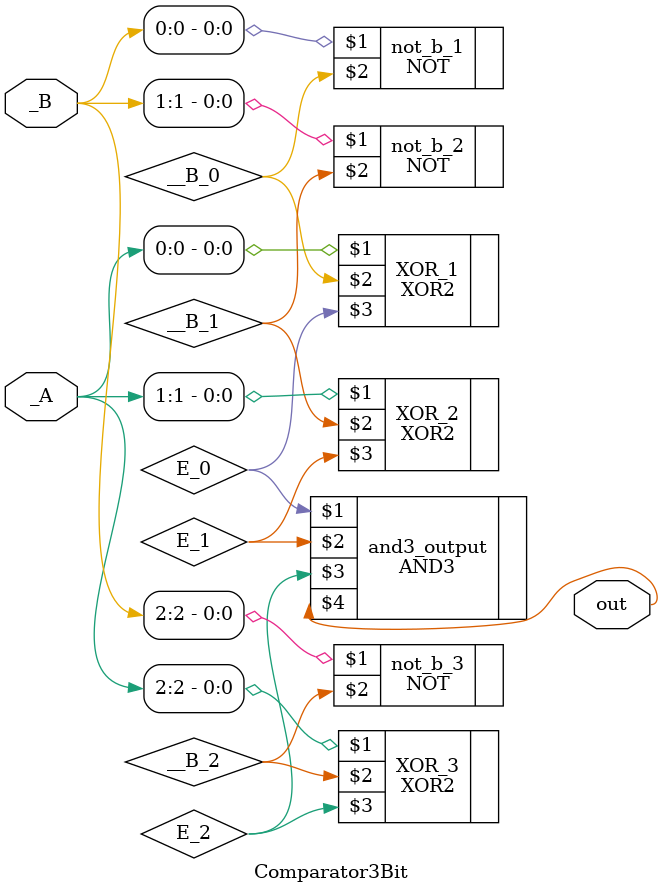
<source format=v>
module Comparator3Bit (
    input [2:0] _A,
    input [2:0] _B,
    output out
);
  wire E_0, E_1, E_2;
  wire _E_0, _E_1, _E_2;
  wire __B_0, __B_1, __B_2;

  NOT not_b_1 (
      _B[0],
      __B_0
  );
  NOT not_b_2 (
      _B[1],
      __B_1
  );
  NOT not_b_3 (
      _B[2],
      __B_2
  );

  XOR2 XOR_1 (
      _A[0],
      __B_0,
      E_0
  );
  XOR2 XOR_2 (
      _A[1],
      __B_1,
      E_1
  );
  XOR2 XOR_3 (
      _A[2],
      __B_2,
      E_2
  );

  AND3 and3_output (
      E_0,
      E_1,
      E_2,
      out
  );


endmodule

</source>
